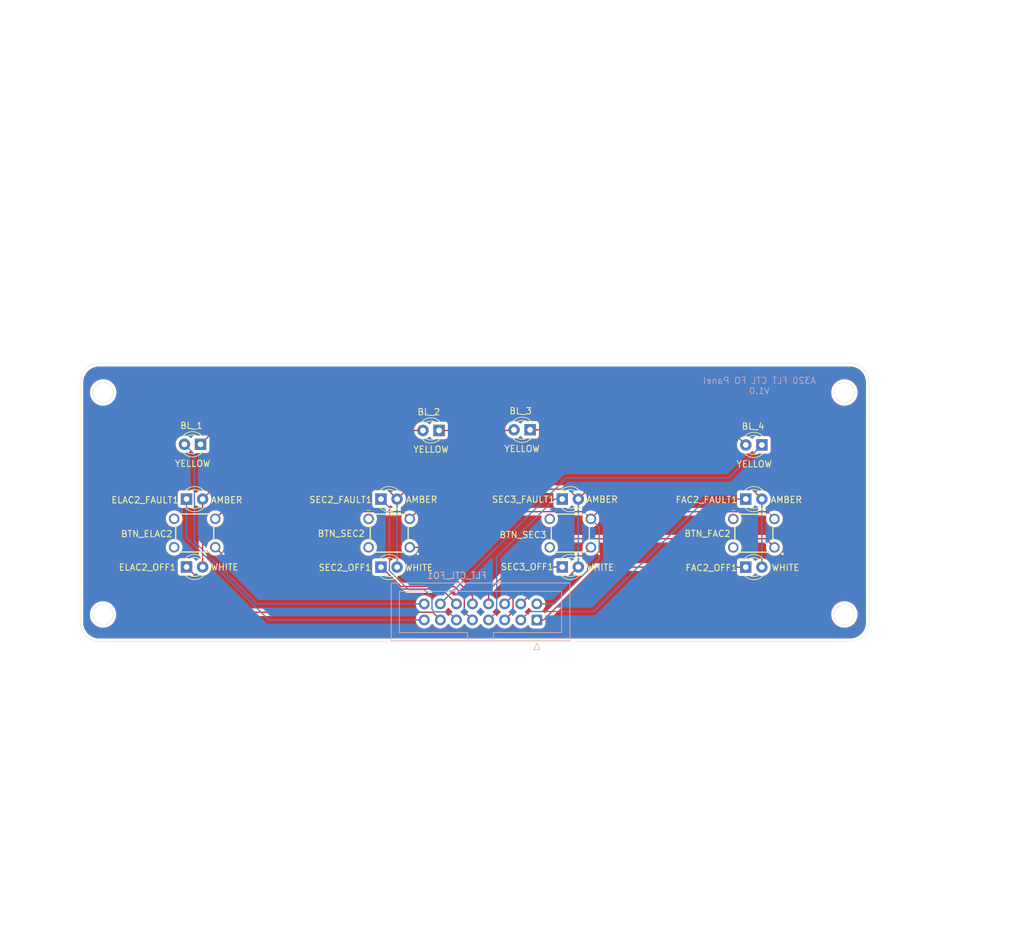
<source format=kicad_pcb>
(kicad_pcb (version 20240108) (generator "pcbnew") (generator_version "8.0")
  (title_block (title "A320 FLT CTL FO Panel") (date "2024-11-17") (rev "V1.0") (company "S.K."))
  (layers (0 "F.Cu" signal) (31 "B.Cu" signal) (34 "B.Paste" user) (35 "F.Paste" user) (36 "B.SilkS" user "B.Silkscreen") (37 "F.SilkS" user "F.Silkscreen") (38 "B.Mask" user) (39 "F.Mask" user) (44 "Edge.Cuts" user))
  (net 0 "")
  (net 1 "GND")
  (net 2 "12V_IN")
  (net 3 "Net-(BL_1-K)")
  (net 4 "Net-(BL_2-K)")
  (net 5 "Net-(BL_3-K)")
  (net 6 "BACKLIGHT_EXT")
  (net 7 "ELAC2_FAULT")
  (net 8 "ELAC2_OFF")
  (net 9 "SEC2_OFF")
  (net 10 "FAC2_FAULT")
  (net 11 "FAC2_OFF")
  (net 13 "BTN_ELAC2")
  (net 14 "SEC3_OFF")
  (net 15 "SEC3_FAULT")
  (net 16 "+5V")
  (net 18 "BTN_FAC2")
  (net 19 "SEC2_FAULT")
  (net 24 "BTN_SEC2")
  (net 27 "BTN_SEC3")
  (footprint "LED_THT:LED_D3.0mm" (layer "F.Cu") (at 135.8781 93.7154)
    (property "Reference" "SEC2_FAULT1" (at -6.3742 0.1122 0) (layer "F.SilkS"))
    (property "Value" "AMBER" (at 6.4312 0.0762 0) (layer "F.SilkS"))
    (fp_line (start -0.29 -1.236) (end -0.29 -1.08) (stroke (width 0.12)) (layer "F.SilkS"))
    (fp_line (start -0.29 1.08) (end -0.29 1.236) (stroke (width 0.12)) (layer "F.SilkS"))
    (fp_arc (start -0.29 -1.235516) (mid 1.366487 -1.987659) (end 2.942335 -1.078608) (stroke (width 0.12)) (layer "F.SilkS"))
    (fp_arc (start 0.229039 -1.08) (mid 1.270117 -1.5) (end 2.31113 -1.079837) (stroke (width 0.12)) (layer "F.SilkS"))
    (fp_arc (start 2.31113 1.079837) (mid 1.270117 1.5) (end 0.229039 1.08) (stroke (width 0.12)) (layer "F.SilkS"))
    (fp_arc (start 2.942335 1.078608) (mid 1.366487 1.987659) (end -0.29 1.235516) (stroke (width 0.12)) (layer "F.SilkS"))
    (pad "1" thru_hole rect (at 0 0) (size 1.8 1.8) (drill 0.9) (layers "*.Cu" "*.Mask") (net 19 "SEC2_FAULT"))
    (pad "2" thru_hole circle (at 2.54 0) (size 1.8 1.8) (drill 0.9) (layers "*.Cu" "*.Mask") (net 16 "+5V"))
  )
  (footprint "SamacSys_Parts:B3F1000" (layer "F.Cu") (at 137.1747 99.0896)
    (property "Reference" "BTN_SEC2" (at -7.5692 0.072 0) (layer "F.SilkS"))
    (property "Value" "B3F-1055" (hide yes))
    (fp_line (start -3 -1.2) (end -3 1.2) (stroke (width 0.2)) (layer "F.SilkS"))
    (fp_line (start -2.5 -3) (end 2.5 -3) (stroke (width 0.2)) (layer "F.SilkS"))
    (fp_line (start -2.5 3) (end 2.5 3) (stroke (width 0.2)) (layer "F.SilkS"))
    (fp_line (start 3 -1.2) (end 3 1.2) (stroke (width 0.2)) (layer "F.SilkS"))
    (fp_circle (center 4.527 3.273) (end 4.527 3.37588) (stroke (width 0.2)) (fill none) (layer "F.SilkS"))
    (pad "1" thru_hole circle (at 3.25 2.25) (size 1.65 1.65) (drill 1.1) (layers "*.Cu" "*.Mask") (net 24 "BTN_SEC2"))
    (pad "2" thru_hole circle (at -3.25 2.25) (size 1.65 1.65) (drill 1.1) (layers "*.Cu" "*.Mask"))
    (pad "3" thru_hole circle (at 3.25 -2.25) (size 1.65 1.65) (drill 1.1) (layers "*.Cu" "*.Mask") (net 1 "GND"))
    (pad "4" thru_hole circle (at -3.25 -2.25) (size 1.65 1.65) (drill 1.1) (layers "*.Cu" "*.Mask"))
  )
  (footprint "LED_THT:LED_D3.0mm" (layer "F.Cu") (at 159.4251 82.7786 180)
    (property "Reference" "BL_3" (at 1.4936 2.972252 0) (layer "F.SilkS"))
    (property "Value" "YELLOW" (at 1.27 -2.996748 0) (layer "F.SilkS"))
    (fp_line (start -0.29 1.08) (end -0.29 1.236) (stroke (width 0.12)) (layer "F.SilkS"))
    (fp_line (start -0.29 -1.236) (end -0.29 -1.08) (stroke (width 0.12)) (layer "F.SilkS"))
    (fp_arc (start 2.942335 1.078608) (mid 1.366487 1.987659) (end -0.29 1.235516) (stroke (width 0.12)) (layer "F.SilkS"))
    (fp_arc (start 2.31113 1.079837) (mid 1.270117 1.5) (end 0.229039 1.08) (stroke (width 0.12)) (layer "F.SilkS"))
    (fp_arc (start 0.229039 -1.08) (mid 1.270117 -1.5) (end 2.31113 -1.079837) (stroke (width 0.12)) (layer "F.SilkS"))
    (fp_arc (start -0.29 -1.235516) (mid 1.366487 -1.987659) (end 2.942335 -1.078608) (stroke (width 0.12)) (layer "F.SilkS"))
    (pad "1" thru_hole rect (at 0 0 180) (size 1.8 1.8) (drill 0.9) (layers "*.Cu" "*.Mask") (net 5 "Net-(BL_3-K)"))
    (pad "2" thru_hole circle (at 2.54 0 180) (size 1.8 1.8) (drill 0.9) (layers "*.Cu" "*.Mask") (net 4 "Net-(BL_2-K)"))
  )
  (footprint "LED_THT:LED_D3.0mm" (layer "F.Cu") (at 107.3855 85.0646 180)
    (property "Reference" "BL_1" (at 1.4274 2.9464 0) (layer "F.SilkS"))
    (property "Value" "YELLOW" (at 1.2496 -3.048 0) (layer "F.SilkS"))
    (fp_line (start -0.29 1.08) (end -0.29 1.236) (stroke (width 0.12)) (layer "F.SilkS"))
    (fp_line (start -0.29 -1.236) (end -0.29 -1.08) (stroke (width 0.12)) (layer "F.SilkS"))
    (fp_arc (start 2.942335 1.078608) (mid 1.366487 1.987659) (end -0.29 1.235516) (stroke (width 0.12)) (layer "F.SilkS"))
    (fp_arc (start 2.31113 1.079837) (mid 1.270117 1.5) (end 0.229039 1.08) (stroke (width 0.12)) (layer "F.SilkS"))
    (fp_arc (start 0.229039 -1.08) (mid 1.270117 -1.5) (end 2.31113 -1.079837) (stroke (width 0.12)) (layer "F.SilkS"))
    (fp_arc (start -0.29 -1.235516) (mid 1.366487 -1.987659) (end 2.942335 -1.078608) (stroke (width 0.12)) (layer "F.SilkS"))
    (pad "1" thru_hole rect (at 0 0 180) (size 1.8 1.8) (drill 0.9) (layers "*.Cu" "*.Mask") (net 3 "Net-(BL_1-K)"))
    (pad "2" thru_hole circle (at 2.54 0 180) (size 1.8 1.8) (drill 0.9) (layers "*.Cu" "*.Mask") (net 2 "12V_IN"))
  )
  (footprint "LED_THT:LED_D3.0mm" (layer "F.Cu") (at 193.4865 104.4596)
    (property "Reference" "FAC2_OFF1" (at -5.4356 0.1122 0) (layer "F.SilkS"))
    (property "Value" "WHITE" (at 6.2738 0.0868 0) (layer "F.SilkS"))
    (fp_line (start -0.29 -1.236) (end -0.29 -1.08) (stroke (width 0.12)) (layer "F.SilkS"))
    (fp_line (start -0.29 1.08) (end -0.29 1.236) (stroke (width 0.12)) (layer "F.SilkS"))
    (fp_arc (start -0.29 -1.235516) (mid 1.366487 -1.987659) (end 2.942335 -1.078608) (stroke (width 0.12)) (layer "F.SilkS"))
    (fp_arc (start 0.229039 -1.08) (mid 1.270117 -1.5) (end 2.31113 -1.079837) (stroke (width 0.12)) (layer "F.SilkS"))
    (fp_arc (start 2.31113 1.079837) (mid 1.270117 1.5) (end 0.229039 1.08) (stroke (width 0.12)) (layer "F.SilkS"))
    (fp_arc (start 2.942335 1.078608) (mid 1.366487 1.987659) (end -0.29 1.235516) (stroke (width 0.12)) (layer "F.SilkS"))
    (pad "1" thru_hole rect (at 0 0) (size 1.8 1.8) (drill 0.9) (layers "*.Cu" "*.Mask") (net 11 "FAC2_OFF"))
    (pad "2" thru_hole circle (at 2.54 0) (size 1.8 1.8) (drill 0.9) (layers "*.Cu" "*.Mask") (net 16 "+5V"))
  )
  (footprint "LED_THT:LED_D3.0mm" (layer "F.Cu") (at 145.0487 82.8802 180)
    (property "Reference" "BL_2" (at 1.6256 2.921 0) (layer "F.SilkS"))
    (property "Value" "YELLOW" (at 1.275 -2.9972 0) (layer "F.SilkS"))
    (fp_line (start -0.29 1.08) (end -0.29 1.236) (stroke (width 0.12)) (layer "F.SilkS"))
    (fp_line (start -0.29 -1.236) (end -0.29 -1.08) (stroke (width 0.12)) (layer "F.SilkS"))
    (fp_arc (start 2.942335 1.078608) (mid 1.366487 1.987659) (end -0.29 1.235516) (stroke (width 0.12)) (layer "F.SilkS"))
    (fp_arc (start 2.31113 1.079837) (mid 1.270117 1.5) (end 0.229039 1.08) (stroke (width 0.12)) (layer "F.SilkS"))
    (fp_arc (start 0.229039 -1.08) (mid 1.270117 -1.5) (end 2.31113 -1.079837) (stroke (width 0.12)) (layer "F.SilkS"))
    (fp_arc (start -0.29 -1.235516) (mid 1.366487 -1.987659) (end 2.942335 -1.078608) (stroke (width 0.12)) (layer "F.SilkS"))
    (pad "1" thru_hole rect (at 0 0 180) (size 1.8 1.8) (drill 0.9) (layers "*.Cu" "*.Mask") (net 4 "Net-(BL_2-K)"))
    (pad "2" thru_hole circle (at 2.54 0 180) (size 1.8 1.8) (drill 0.9) (layers "*.Cu" "*.Mask") (net 3 "Net-(BL_1-K)"))
  )
  (footprint "LED_THT:LED_D3.0mm" (layer "F.Cu") (at 135.8781 104.4596)
    (property "Reference" "SEC2_OFF1" (at -5.6884 0.0868 0) (layer "F.SilkS"))
    (property "Value" "WHITE" (at 5.9994 0.1016 0) (layer "F.SilkS"))
    (fp_line (start -0.29 -1.236) (end -0.29 -1.08) (stroke (width 0.12)) (layer "F.SilkS"))
    (fp_line (start -0.29 1.08) (end -0.29 1.236) (stroke (width 0.12)) (layer "F.SilkS"))
    (fp_arc (start -0.29 -1.235516) (mid 1.366487 -1.987659) (end 2.942335 -1.078608) (stroke (width 0.12)) (layer "F.SilkS"))
    (fp_arc (start 0.229039 -1.08) (mid 1.270117 -1.5) (end 2.31113 -1.079837) (stroke (width 0.12)) (layer "F.SilkS"))
    (fp_arc (start 2.31113 1.079837) (mid 1.270117 1.5) (end 0.229039 1.08) (stroke (width 0.12)) (layer "F.SilkS"))
    (fp_arc (start 2.942335 1.078608) (mid 1.366487 1.987659) (end -0.29 1.235516) (stroke (width 0.12)) (layer "F.SilkS"))
    (pad "1" thru_hole rect (at 0 0) (size 1.8 1.8) (drill 0.9) (layers "*.Cu" "*.Mask") (net 9 "SEC2_OFF"))
    (pad "2" thru_hole circle (at 2.54 0) (size 1.8 1.8) (drill 0.9) (layers "*.Cu" "*.Mask") (net 16 "+5V"))
  )
  (footprint "LED_THT:LED_D3.0mm" (layer "F.Cu") (at 105.1735 93.7154)
    (property "Reference" "ELAC2_FAULT1" (at -6.5532 0.1524 0) (layer "F.SilkS"))
    (property "Value" "AMBER" (at 6.35 0.1524 0) (layer "F.SilkS"))
    (fp_line (start -0.29 -1.236) (end -0.29 -1.08) (stroke (width 0.12)) (layer "F.SilkS"))
    (fp_line (start -0.29 1.08) (end -0.29 1.236) (stroke (width 0.12)) (layer "F.SilkS"))
    (fp_arc (start -0.29 -1.235516) (mid 1.366487 -1.987659) (end 2.942335 -1.078608) (stroke (width 0.12)) (layer "F.SilkS"))
    (fp_arc (start 0.229039 -1.08) (mid 1.270117 -1.5) (end 2.31113 -1.079837) (stroke (width 0.12)) (layer "F.SilkS"))
    (fp_arc (start 2.31113 1.079837) (mid 1.270117 1.5) (end 0.229039 1.08) (stroke (width 0.12)) (layer "F.SilkS"))
    (fp_arc (start 2.942335 1.078608) (mid 1.366487 1.987659) (end -0.29 1.235516) (stroke (width 0.12)) (layer "F.SilkS"))
    (pad "1" thru_hole rect (at 0 0) (size 1.8 1.8) (drill 0.9) (layers "*.Cu" "*.Mask") (net 7 "ELAC2_FAULT"))
    (pad "2" thru_hole circle (at 2.54 0) (size 1.8 1.8) (drill 0.9) (layers "*.Cu" "*.Mask") (net 16 "+5V"))
  )
  (footprint "LED_THT:LED_D3.0mm" (layer "F.Cu") (at 105.1735 104.4342)
    (property "Reference" "ELAC2_OFF1" (at -6.175 0.0614 0) (layer "F.SilkS"))
    (property "Value" "WHITE" (at 6.017 0.036 0) (layer "F.SilkS"))
    (fp_line (start -0.29 -1.236) (end -0.29 -1.08) (stroke (width 0.12)) (layer "F.SilkS"))
    (fp_line (start -0.29 1.08) (end -0.29 1.236) (stroke (width 0.12)) (layer "F.SilkS"))
    (fp_arc (start -0.29 -1.235516) (mid 1.366487 -1.987659) (end 2.942335 -1.078608) (stroke (width 0.12)) (layer "F.SilkS"))
    (fp_arc (start 0.229039 -1.08) (mid 1.270117 -1.5) (end 2.31113 -1.079837) (stroke (width 0.12)) (layer "F.SilkS"))
    (fp_arc (start 2.31113 1.079837) (mid 1.270117 1.5) (end 0.229039 1.08) (stroke (width 0.12)) (layer "F.SilkS"))
    (fp_arc (start 2.942335 1.078608) (mid 1.366487 1.987659) (end -0.29 1.235516) (stroke (width 0.12)) (layer "F.SilkS"))
    (pad "1" thru_hole rect (at 0 0) (size 1.8 1.8) (drill 0.9) (layers "*.Cu" "*.Mask") (net 8 "ELAC2_OFF"))
    (pad "2" thru_hole circle (at 2.54 0) (size 1.8 1.8) (drill 0.9) (layers "*.Cu" "*.Mask") (net 16 "+5V"))
  )
  (footprint "SamacSys_Parts:B3F1000" (layer "F.Cu") (at 106.4689 99.0748)
    (property "Reference" "BTN_ELAC2" (at -7.572 0.1376 0) (layer "F.SilkS"))
    (property "Value" "B3F-1055" (hide yes))
    (fp_line (start -3 -1.2) (end -3 1.2) (stroke (width 0.2)) (layer "F.SilkS"))
    (fp_line (start -2.5 -3) (end 2.5 -3) (stroke (width 0.2)) (layer "F.SilkS"))
    (fp_line (start -2.5 3) (end 2.5 3) (stroke (width 0.2)) (layer "F.SilkS"))
    (fp_line (start 3 -1.2) (end 3 1.2) (stroke (width 0.2)) (layer "F.SilkS"))
    (fp_circle (center 4.527 3.273) (end 4.527 3.37588) (stroke (width 0.2)) (fill none) (layer "F.SilkS"))
    (pad "1" thru_hole circle (at 3.25 2.25) (size 1.65 1.65) (drill 1.1) (layers "*.Cu" "*.Mask") (net 13 "BTN_ELAC2"))
    (pad "2" thru_hole circle (at -3.25 2.25) (size 1.65 1.65) (drill 1.1) (layers "*.Cu" "*.Mask"))
    (pad "3" thru_hole circle (at 3.25 -2.25) (size 1.65 1.65) (drill 1.1) (layers "*.Cu" "*.Mask") (net 1 "GND"))
    (pad "4" thru_hole circle (at -3.25 -2.25) (size 1.65 1.65) (drill 1.1) (layers "*.Cu" "*.Mask"))
  )
  (footprint "SamacSys_Parts:B3F1000" (layer "F.Cu") (at 194.7593 99.1007)
    (property "Reference" "BTN_SEC3" (at -36.4518 0.2641 0) (layer "F.SilkS"))
    (property "Value" "B3F-1055" (hide yes))
    (fp_line (start -3 -1.2) (end -3 1.2) (stroke (width 0.2)) (layer "F.SilkS"))
    (fp_line (start -2.5 -3) (end 2.5 -3) (stroke (width 0.2)) (layer "F.SilkS"))
    (fp_line (start -2.5 3) (end 2.5 3) (stroke (width 0.2)) (layer "F.SilkS"))
    (fp_line (start 3 -1.2) (end 3 1.2) (stroke (width 0.2)) (layer "F.SilkS"))
    (fp_circle (center 4.527 3.273) (end 4.527 3.37588) (stroke (width 0.2)) (fill none) (layer "F.SilkS"))
    (pad "1" thru_hole circle (at 3.25 2.25) (size 1.65 1.65) (drill 1.1) (layers "*.Cu" "*.Mask") (net 27 "BTN_SEC3"))
    (pad "2" thru_hole circle (at -3.25 2.25) (size 1.65 1.65) (drill 1.1) (layers "*.Cu" "*.Mask"))
    (pad "3" thru_hole circle (at 3.25 -2.25) (size 1.65 1.65) (drill 1.1) (layers "*.Cu" "*.Mask") (net 1 "GND"))
    (pad "4" thru_hole circle (at -3.25 -2.25) (size 1.65 1.65) (drill 1.1) (layers "*.Cu" "*.Mask"))
  )
  (footprint "LED_THT:LED_D3.0mm" (layer "F.Cu") (at 193.4865 93.7154)
    (property "Reference" "FAC2_FAULT1" (at -6.1976 0.1016 0) (layer "F.SilkS"))
    (property "Value" "AMBER" (at 6.4008 0.1016 0) (layer "F.SilkS"))
    (fp_line (start -0.29 -1.236) (end -0.29 -1.08) (stroke (width 0.12)) (layer "F.SilkS"))
    (fp_line (start -0.29 1.08) (end -0.29 1.236) (stroke (width 0.12)) (layer "F.SilkS"))
    (fp_arc (start -0.29 -1.235516) (mid 1.366487 -1.987659) (end 2.942335 -1.078608) (stroke (width 0.12)) (layer "F.SilkS"))
    (fp_arc (start 0.229039 -1.08) (mid 1.270117 -1.5) (end 2.31113 -1.079837) (stroke (width 0.12)) (layer "F.SilkS"))
    (fp_arc (start 2.31113 1.079837) (mid 1.270117 1.5) (end 0.229039 1.08) (stroke (width 0.12)) (layer "F.SilkS"))
    (fp_arc (start 2.942335 1.078608) (mid 1.366487 1.987659) (end -0.29 1.235516) (stroke (width 0.12)) (layer "F.SilkS"))
    (pad "1" thru_hole rect (at 0 0) (size 1.8 1.8) (drill 0.9) (layers "*.Cu" "*.Mask") (net 10 "FAC2_FAULT"))
    (pad "2" thru_hole circle (at 2.54 0) (size 1.8 1.8) (drill 0.9) (layers "*.Cu" "*.Mask") (net 16 "+5V"))
  )
  (footprint "LED_THT:LED_D3.0mm" (layer "F.Cu") (at 164.5023 104.4342)
    (property "Reference" "SEC3_OFF1" (at -5.5344 -0.0148 0) (layer "F.SilkS"))
    (property "Value" "WHITE" (at 5.9972 0.0868 0) (layer "F.SilkS"))
    (fp_line (start -0.29 -1.236) (end -0.29 -1.08) (stroke (width 0.12)) (layer "F.SilkS"))
    (fp_line (start -0.29 1.08) (end -0.29 1.236) (stroke (width 0.12)) (layer "F.SilkS"))
    (fp_arc (start -0.29 -1.235516) (mid 1.366487 -1.987659) (end 2.942335 -1.078608) (stroke (width 0.12)) (layer "F.SilkS"))
    (fp_arc (start 0.229039 -1.08) (mid 1.270117 -1.5) (end 2.31113 -1.079837) (stroke (width 0.12)) (layer "F.SilkS"))
    (fp_arc (start 2.31113 1.079837) (mid 1.270117 1.5) (end 0.229039 1.08) (stroke (width 0.12)) (layer "F.SilkS"))
    (fp_arc (start 2.942335 1.078608) (mid 1.366487 1.987659) (end -0.29 1.235516) (stroke (width 0.12)) (layer "F.SilkS"))
    (pad "1" thru_hole rect (at 0 0) (size 1.8 1.8) (drill 0.9) (layers "*.Cu" "*.Mask") (net 14 "SEC3_OFF"))
    (pad "2" thru_hole circle (at 2.54 0) (size 1.8 1.8) (drill 0.9) (layers "*.Cu" "*.Mask") (net 16 "+5V"))
  )
  (footprint "LED_THT:LED_D3.0mm" (layer "F.Cu") (at 164.5023 93.7154)
    (property "Reference" "SEC3_FAULT1" (at -6.1468 0.0508 0) (layer "F.SilkS"))
    (property "Value" "AMBER" (at 6.2992 0.0508 0) (layer "F.SilkS"))
    (fp_line (start -0.29 -1.236) (end -0.29 -1.08) (stroke (width 0.12)) (layer "F.SilkS"))
    (fp_line (start -0.29 1.08) (end -0.29 1.236) (stroke (width 0.12)) (layer "F.SilkS"))
    (fp_arc (start -0.29 -1.235516) (mid 1.366487 -1.987659) (end 2.942335 -1.078608) (stroke (width 0.12)) (layer "F.SilkS"))
    (fp_arc (start 0.229039 -1.08) (mid 1.270117 -1.5) (end 2.31113 -1.079837) (stroke (width 0.12)) (layer "F.SilkS"))
    (fp_arc (start 2.31113 1.079837) (mid 1.270117 1.5) (end 0.229039 1.08) (stroke (width 0.12)) (layer "F.SilkS"))
    (fp_arc (start 2.942335 1.078608) (mid 1.366487 1.987659) (end -0.29 1.235516) (stroke (width 0.12)) (layer "F.SilkS"))
    (pad "1" thru_hole rect (at 0 0) (size 1.8 1.8) (drill 0.9) (layers "*.Cu" "*.Mask") (net 15 "SEC3_FAULT"))
    (pad "2" thru_hole circle (at 2.54 0) (size 1.8 1.8) (drill 0.9) (layers "*.Cu" "*.Mask") (net 16 "+5V"))
  )
  (footprint "SamacSys_Parts:B3F1000" (layer "F.Cu") (at 165.7751 99.0901)
    (property "Reference" "BTN_FAC2" (at 21.6662 0.08844 0) (layer "F.SilkS"))
    (property "Value" "B3F-1055" (hide yes))
    (fp_line (start -3 -1.2) (end -3 1.2) (stroke (width 0.2)) (layer "F.SilkS"))
    (fp_line (start -2.5 -3) (end 2.5 -3) (stroke (width 0.2)) (layer "F.SilkS"))
    (fp_line (start -2.5 3) (end 2.5 3) (stroke (width 0.2)) (layer "F.SilkS"))
    (fp_line (start 3 -1.2) (end 3 1.2) (stroke (width 0.2)) (layer "F.SilkS"))
    (fp_circle (center 4.527 3.273) (end 4.527 3.37588) (stroke (width 0.2)) (fill none) (layer "F.SilkS"))
    (pad "1" thru_hole circle (at 3.25 2.25) (size 1.65 1.65) (drill 1.1) (layers "*.Cu" "*.Mask") (net 18 "BTN_FAC2"))
    (pad "2" thru_hole circle (at -3.25 2.25) (size 1.65 1.65) (drill 1.1) (layers "*.Cu" "*.Mask"))
    (pad "3" thru_hole circle (at 3.25 -2.25) (size 1.65 1.65) (drill 1.1) (layers "*.Cu" "*.Mask") (net 1 "GND"))
    (pad "4" thru_hole circle (at -3.25 -2.25) (size 1.65 1.65) (drill 1.1) (layers "*.Cu" "*.Mask"))
  )
  (footprint "LED_THT:LED_D3.0mm" (layer "F.Cu") (at 196.0315 85.1662 180)
    (property "Reference" "BL_4" (at 1.397 2.9464 0) (layer "F.SilkS"))
    (property "Value" "YELLOW" (at 1.2192 -3.0226 0) (layer "F.SilkS"))
    (fp_line (start -0.29 1.08) (end -0.29 1.236) (stroke (width 0.12)) (layer "F.SilkS"))
    (fp_line (start -0.29 -1.236) (end -0.29 -1.08) (stroke (width 0.12)) (layer "F.SilkS"))
    (fp_arc (start 2.942335 1.078608) (mid 1.366487 1.987659) (end -0.29 1.235516) (stroke (width 0.12)) (layer "F.SilkS"))
    (fp_arc (start 2.31113 1.079837) (mid 1.270117 1.5) (end 0.229039 1.08) (stroke (width 0.12)) (layer "F.SilkS"))
    (fp_arc (start 0.229039 -1.08) (mid 1.270117 -1.5) (end 2.31113 -1.079837) (stroke (width 0.12)) (layer "F.SilkS"))
    (fp_arc (start -0.29 -1.235516) (mid 1.366487 -1.987659) (end 2.942335 -1.078608) (stroke (width 0.12)) (layer "F.SilkS"))
    (pad "1" thru_hole rect (at 0 0 180) (size 1.8 1.8) (drill 0.9) (layers "*.Cu" "*.Mask") (net 6 "BACKLIGHT_EXT"))
    (pad "2" thru_hole circle (at 2.54 0 180) (size 1.8 1.8) (drill 0.9) (layers "*.Cu" "*.Mask") (net 5 "Net-(BL_3-K)"))
  )
  (footprint "Connector_IDC:IDC-Header_2x08_P2.54mm_Vertical" (layer "B.Cu") (at 160.4919 112.8014 90)
    (property "Reference" "FLT_CTL_FO1" (at 7.0104 -12.6492 0) (layer "B.SilkS") (effects (justify mirror)))
    (property "Value" "Pin Header" (hide yes))
    (fp_line (start 5.83 -22.99) (end 5.83 5.21) (stroke (width 0.12)) (layer "B.SilkS"))
    (fp_line (start -3.29 -22.99) (end 5.83 -22.99) (stroke (width 0.12)) (layer "B.SilkS"))
    (fp_line (start 4.52 -21.69) (end 4.52 3.91) (stroke (width 0.12)) (layer "B.SilkS"))
    (fp_line (start -1.98 -21.69) (end 4.52 -21.69) (stroke (width 0.12)) (layer "B.SilkS"))
    (fp_line (start -1.98 -10.94) (end -1.98 -21.69) (stroke (width 0.12)) (layer "B.SilkS"))
    (fp_line (start -1.98 -10.94) (end -1.98 -10.94) (stroke (width 0.12)) (layer "B.SilkS"))
    (fp_line (start -3.29 -10.94) (end -1.98 -10.94) (stroke (width 0.12)) (layer "B.SilkS"))
    (fp_line (start -1.98 -6.84) (end -3.29 -6.84) (stroke (width 0.12)) (layer "B.SilkS"))
    (fp_line (start -4.68 -0.5) (end -4.68 0.5) (stroke (width 0.12)) (layer "B.SilkS"))
    (fp_line (start -3.68 0) (end -4.68 -0.5) (stroke (width 0.12)) (layer "B.SilkS"))
    (fp_line (start -4.68 0.5) (end -3.68 0) (stroke (width 0.12)) (layer "B.SilkS"))
    (fp_line (start 4.52 3.91) (end -1.98 3.91) (stroke (width 0.12)) (layer "B.SilkS"))
    (fp_line (start -1.98 3.91) (end -1.98 -6.84) (stroke (width 0.12)) (layer "B.SilkS"))
    (fp_line (start 5.83 5.21) (end -3.29 5.21) (stroke (width 0.12)) (layer "B.SilkS"))
    (fp_line (start -3.29 5.21) (end -3.29 -22.99) (stroke (width 0.12)) (layer "B.SilkS"))
    (pad "1" thru_hole roundrect (at 0 0 90) (size 1.7 1.7) (drill 1) (layers "*.Cu" "*.Mask") (roundrect_rratio 0.147059) (net 11 "FAC2_OFF"))
    (pad "2" thru_hole circle (at 2.54 0 90) (size 1.7 1.7) (drill 1) (layers "*.Cu" "*.Mask") (net 1 "GND"))
    (pad "3" thru_hole circle (at 0 -2.54 90) (size 1.7 1.7) (drill 1) (layers "*.Cu" "*.Mask") (net 10 "FAC2_FAULT"))
    (pad "4" thru_hole circle (at 2.54 -2.54 90) (size 1.7 1.7) (drill 1) (layers "*.Cu" "*.Mask") (net 16 "+5V"))
    (pad "5" thru_hole circle (at 0 -5.08 90) (size 1.7 1.7) (drill 1) (layers "*.Cu" "*.Mask") (net 14 "SEC3_OFF"))
    (pad "6" thru_hole circle (at 2.54 -5.08 90) (size 1.7 1.7) (drill 1) (layers "*.Cu" "*.Mask") (net 18 "BTN_FAC2"))
    (pad "7" thru_hole circle (at 0 -7.62 90) (size 1.7 1.7) (drill 1) (layers "*.Cu" "*.Mask") (net 15 "SEC3_FAULT"))
    (pad "8" thru_hole circle (at 2.54 -7.62 90) (size 1.7 1.7) (drill 1) (layers "*.Cu" "*.Mask") (net 27 "BTN_SEC3"))
    (pad "9" thru_hole circle (at 0 -10.16 90) (size 1.7 1.7) (drill 1) (layers "*.Cu" "*.Mask") (net 9 "SEC2_OFF"))
    (pad "10" thru_hole circle (at 2.54 -10.16 90) (size 1.7 1.7) (drill 1) (layers "*.Cu" "*.Mask") (net 24 "BTN_SEC2"))
    (pad "11" thru_hole circle (at 0 -12.7 90) (size 1.7 1.7) (drill 1) (layers "*.Cu" "*.Mask") (net 19 "SEC2_FAULT"))
    (pad "12" thru_hole circle (at 2.54 -12.7 90) (size 1.7 1.7) (drill 1) (layers "*.Cu" "*.Mask") (net 13 "BTN_ELAC2"))
    (pad "13" thru_hole circle (at 0 -15.24 90) (size 1.7 1.7) (drill 1) (layers "*.Cu" "*.Mask") (net 8 "ELAC2_OFF"))
    (pad "14" thru_hole circle (at 2.54 -15.24 90) (size 1.7 1.7) (drill 1) (layers "*.Cu" "*.Mask") (net 6 "BACKLIGHT_EXT"))
    (pad "15" thru_hole circle (at 0 -17.78 90) (size 1.7 1.7) (drill 1) (layers "*.Cu" "*.Mask") (net 7 "ELAC2_FAULT"))
    (pad "16" thru_hole circle (at 2.54 -17.78 90) (size 1.7 1.7) (drill 1) (layers "*.Cu" "*.Mask") (net 2 "12V_IN"))
  )
  (gr_line (start 209.9429 116.215) (end 91.3813 116.215) (stroke (width 0.05)) (layer "Edge.Cuts"))
  (gr_arc (start 91.3813 116.215) (mid 89.25998 115.33632) (end 88.3813 113.215) (stroke (width 0.05)) (layer "Edge.Cuts"))
  (gr_line (start 91.3813 72.2884) (end 209.9429 72.2884) (stroke (width 0.05)) (layer "Edge.Cuts"))
  (gr_circle (center 91.9881 111.9378) (end 93.5881 111.9378) (stroke (width 0.05)) (fill none) (layer "Edge.Cuts"))
  (gr_circle (center 92.0135 76.8854) (end 93.6135 76.8854) (stroke (width 0.05)) (fill none) (layer "Edge.Cuts"))
  (gr_arc (start 212.9429 113.215) (mid 212.06422 115.33632) (end 209.9429 116.215) (stroke (width 0.05)) (layer "Edge.Cuts"))
  (gr_line (start 212.9429 75.2884) (end 212.9429 113.215) (stroke (width 0.05)) (layer "Edge.Cuts"))
  (gr_arc (start 88.3813 75.2884) (mid 89.25998 73.16708) (end 91.3813 72.2884) (stroke (width 0.05)) (layer "Edge.Cuts"))
  (gr_line (start 88.3813 113.215) (end 88.3813 75.2884) (stroke (width 0.05)) (layer "Edge.Cuts"))
  (gr_circle (center 209.0571 76.8854) (end 210.6571 76.8854) (stroke (width 0.05)) (fill none) (layer "Edge.Cuts"))
  (gr_arc (start 209.9429 72.2884) (mid 212.06422 73.16708) (end 212.9429 75.2884) (stroke (width 0.05)) (layer "Edge.Cuts"))
  (gr_circle (center 209.0571 111.9378) (end 210.6571 111.9378) (stroke (width 0.05)) (fill none) (layer "Edge.Cuts"))
  (gr_text "${TITLE}\n${REVISION}" (at 195.63 77.2 0) (layer "B.SilkS") (effects (font (size 1 1) (thickness 0.1)) (justify bottom mirror)))
  (segment (start 110.839 95.7047) (end 109.7189 96.8248) (width 0.2) (layer "F.Cu") (net 1))
  (segment (start 169.0251 96.8401) (end 167.8904 95.7054) (width 0.2) (layer "F.Cu") (net 1))
  (segment (start 140.4247 96.8396) (end 139.2898 95.7047) (width 0.2) (layer "F.Cu") (net 1))
  (segment (start 170.1522 95.713) (end 169.0251 96.8401) (width 0.2) (layer "F.Cu") (net 1))
  (segment (start 196.8716 95.713) (end 170.1522 95.713) (width 0.2) (layer "F.Cu") (net 1))
  (segment (start 141.5589 95.7054) (end 140.4247 96.8396) (width 0.2) (layer "F.Cu") (net 1))
  (segment (start 139.2898 95.7047) (end 110.839 95.7047) (width 0.2) (layer "F.Cu") (net 1))
  (segment (start 198.0093 96.8507) (end 196.8716 95.713) (width 0.2) (layer "F.Cu") (net 1))
  (segment (start 167.8904 95.7054) (end 141.5589 95.7054) (width 0.2) (layer "F.Cu") (net 1))
  (segment (start 170.3217 103.2002) (end 170.3217 98.1367) (width 0.2) (layer "B.Cu") (net 1))
  (segment (start 163.2605 110.2614) (end 170.3217 103.2002) (width 0.2) (layer "B.Cu") (net 1))
  (segment (start 160.4919 110.2614) (end 163.2605 110.2614) (width 0.2) (layer "B.Cu") (net 1))
  (segment (start 170.3217 98.1367) (end 169.0251 96.8401) (width 0.2) (layer "B.Cu") (net 1))
  (segment (start 106.4153 86.6344) (end 106.4153 100.4062) (width 0.2) (layer "B.Cu") (net 2))
  (segment (start 116.2705 110.2614) (end 142.7119 110.2614) (width 0.2) (layer "B.Cu") (net 2))
  (segment (start 104.8455 85.0646) (end 106.4153 86.6344) (width 0.2) (layer "B.Cu") (net 2))
  (segment (start 106.4153 100.4062) (end 116.2705 110.2614) (width 0.2) (layer "B.Cu") (net 2))
  (segment (start 142.5087 82.8802) (end 109.5699 82.8802) (width 0.2) (layer "F.Cu") (net 3))
  (segment (start 109.5699 82.8802) (end 107.3855 85.0646) (width 0.2) (layer "F.Cu") (net 3))
  (segment (start 145.0487 82.8802) (end 156.7835 82.8802) (width 0.2) (layer "F.Cu") (net 4))
  (segment (start 159.4251 82.7786) (end 191.1039 82.7786) (width 0.2) (layer "F.Cu") (net 5))
  (segment (start 191.1039 82.7786) (end 193.4915 85.1662) (width 0.2) (layer "F.Cu") (net 5))
  (segment (start 145.2519 110.2614) (end 165.13755 90.37575) (width 0.2) (layer "B.Cu") (net 6))
  (segment (start 165.13755 90.37575) (end 190.82195 90.37575) (width 0.2) (layer "B.Cu") (net 6))
  (segment (start 190.82195 90.37575) (end 196.0315 85.1662) (width 0.2) (layer "B.Cu") (net 6))
  (segment (start 105.1735 99.8248) (end 118.1501 112.8014) (width 0.2) (layer "B.Cu") (net 7))
  (segment (start 118.1501 112.8014) (end 142.7119 112.8014) (width 0.2) (layer "B.Cu") (net 7))
  (segment (start 105.1735 93.7154) (end 105.1735 99.8248) (width 0.2) (layer "B.Cu") (net 7))
  (segment (start 145.2519 112.8014) (end 144.0327 111.5822) (width 0.2) (layer "F.Cu") (net 8))
  (segment (start 144.0327 111.5822) (end 112.3215 111.5822) (width 0.2) (layer "F.Cu") (net 8))
  (segment (start 112.3215 111.5822) (end 105.1735 104.4342) (width 0.2) (layer "F.Cu") (net 8))
  (segment (start 147.4617 107.5182) (end 139.0289 107.5182) (width 0.2) (layer "F.Cu") (net 9))
  (segment (start 139.0289 107.5182) (end 135.9703 104.4596) (width 0.2) (layer "F.Cu") (net 9))
  (segment (start 149.0365 111.506) (end 149.0365 109.093) (width 0.2) (layer "F.Cu") (net 9))
  (segment (start 150.3319 112.8014) (end 149.0365 111.506) (width 0.2) (layer "F.Cu") (net 9))
  (segment (start 149.0365 109.093) (end 147.4617 107.5182) (width 0.2) (layer "F.Cu") (net 9))
  (segment (start 157.9519 112.8014) (end 159.2822 111.4711) (width 0.2) (layer "B.Cu") (net 10))
  (segment (start 169.4519 111.4711) (end 187.2076 93.7154) (width 0.2) (layer "B.Cu") (net 10))
  (segment (start 187.2076 93.7154) (end 193.4865 93.7154) (width 0.2) (layer "B.Cu") (net 10))
  (segment (start 159.2822 111.4711) (end 169.4519 111.4711) (width 0.2) (layer "B.Cu") (net 10))
  (segment (start 161.5587 112.8014) (end 169.9005 104.4596) (width 0.2) (layer "F.Cu") (net 11))
  (segment (start 160.4919 112.8014) (end 161.5587 112.8014) (width 0.2) (layer "F.Cu") (net 11))
  (segment (start 169.9005 104.4596) (end 193.4865 104.4596) (width 0.2) (layer "F.Cu") (net 11))
  (segment (start 116.3123 107.9182) (end 109.7189 101.3248) (width 0.2) (layer "F.Cu") (net 13))
  (segment (start 147.7919 110.2614) (end 145.4487 107.9182) (width 0.2) (layer "F.Cu") (net 13))
  (segment (start 145.4487 107.9182) (end 116.3123 107.9182) (width 0.2) (layer "F.Cu") (net 13))
  (segment (start 156.7327 111.4806) (end 156.7327 109.506286) (width 0.2) (layer "F.Cu") (net 14))
  (segment (start 156.751214 109.506286) (end 161.8233 104.4342) (width 0.2) (layer "F.Cu") (net 14))
  (segment (start 161.8233 104.4342) (end 164.5023 104.4342) (width 0.2) (layer "F.Cu") (net 14))
  (segment (start 156.7327 109.506286) (end 156.751214 109.506286) (width 0.2) (layer "F.Cu") (net 14))
  (segment (start 155.4119 112.8014) (end 156.7327 111.4806) (width 0.2) (layer "F.Cu") (net 14))
  (segment (start 164.5023 93.7154) (end 163.3006 93.7154) (width 0.2) (layer "B.Cu") (net 15))
  (segment (start 154.1434 102.8726) (end 163.3006 93.7154) (width 0.2) (layer "B.Cu") (net 15))
  (segment (start 154.1434 111.5299) (end 154.1434 102.8726) (width 0.2) (layer "B.Cu") (net 15))
  (segment (start 152.8719 112.8014) (end 154.1434 111.5299) (width 0.2) (layer "B.Cu") (net 15))
  (segment (start 109.2777 92.1512) (end 136.8539 92.1512) (width 0.2) (layer "F.Cu") (net 16))
  (segment (start 194.5131 92.202) (end 196.0265 93.7154) (width 0.2) (layer "F.Cu") (net 16))
  (segment (start 139.9823 92.1512) (end 165.4781 92.1512) (width 0.2) (layer "F.Cu") (net 16))
  (segment (start 161.4317 106.7816) (end 164.6949 106.7816) (width 0.2) (layer "F.Cu") (net 16))
  (segment (start 157.9519 110.2614) (end 161.4317 106.7816) (width 0.2) (layer "F.Cu") (net 16))
  (segment (start 107.7135 93.7154) (end 109.2777 92.1512) (width 0.2) (layer "F.Cu") (net 16))
  (segment (start 165.4781 92.1512) (end 167.0423 93.7154) (width 0.2) (layer "F.Cu") (net 16))
  (segment (start 167.0423 93.7154) (end 168.5557 92.202) (width 0.2) (layer "F.Cu") (net 16))
  (segment (start 168.5557 92.202) (end 194.5131 92.202) (width 0.2) (layer "F.Cu") (net 16))
  (segment (start 107.7135 93.7154) (end 107.7135 104.4342) (width 0.2) (layer "F.Cu") (net 16))
  (segment (start 164.6949 106.7816) (end 167.0423 104.4342) (width 0.2) (layer "F.Cu") (net 16))
  (segment (start 138.4181 93.7154) (end 139.9823 92.1512) (width 0.2) (layer "F.Cu") (net 16))
  (segment (start 136.8539 92.1512) (end 138.4181 93.7154) (width 0.2) (layer "F.Cu") (net 16))
  (segment (start 196.0265 104.4596) (end 196.0265 93.7154) (width 0.2) (layer "B.Cu") (net 16))
  (segment (start 138.4181 93.7154) (end 138.4181 104.4596) (width 0.2) (layer "B.Cu") (net 16))
  (segment (start 167.0423 104.4342) (end 167.0423 93.7154) (width 0.2) (layer "B.Cu") (net 16))
  (segment (start 155.4119 110.2614) (end 162.9811 102.6922) (width 0.2) (layer "F.Cu") (net 18))
  (segment (start 167.673 102.6922) (end 169.0251 101.3401) (width 0.2) (layer "F.Cu") (net 18))
  (segment (start 162.9811 102.6922) (end 167.673 102.6922) (width 0.2) (layer "F.Cu") (net 18))
  (segment (start 137.2181 95.0554) (end 135.8781 93.7154) (width 0.2) (layer "B.Cu") (net 19))
  (segment (start 146.5219 111.5314) (end 144.3375 111.5314) (width 0.2) (layer "B.Cu") (net 19))
  (segment (start 143.9311 109.2454) (end 142.6749 107.9892) (width 0.2) (layer "B.Cu") (net 19))
  (segment (start 142.6749 107.9892) (end 140.1719 107.9892) (width 0.2) (layer "B.Cu") (net 19))
  (segment (start 137.2181 105.0354) (end 137.2181 95.0554) (width 0.2) (layer "B.Cu") (net 19))
  (segment (start 144.3375 111.5314) (end 143.9311 111.125) (width 0.2) (layer "B.Cu") (net 19))
  (segment (start 147.7919 112.8014) (end 146.5219 111.5314) (width 0.2) (layer "B.Cu") (net 19))
  (segment (start 143.9311 111.125) (end 143.9311 109.2454) (width 0.2) (layer "B.Cu") (net 19))
  (segment (start 140.1719 107.9892) (end 137.2181 105.0354) (width 0.2) (layer "B.Cu") (net 19))
  (segment (start 142.612181 101.3396) (end 140.4247 101.3396) (width 0.2) (layer "F.Cu") (net 24))
  (segment (start 150.3319 109.059319) (end 142.612181 101.3396) (width 0.2) (layer "F.Cu") (net 24))
  (segment (start 150.3319 110.2614) (end 150.3319 109.059319) (width 0.2) (layer "F.Cu") (net 24))
  (segment (start 152.8719 108.1532) (end 161.0507 99.9744) (width 0.2) (layer "F.Cu") (net 27))
  (segment (start 161.0507 99.9744) (end 196.633 99.9744) (width 0.2) (layer "F.Cu") (net 27))
  (segment (start 152.8719 110.2614) (end 152.8719 108.1532) (width 0.2) (layer "F.Cu") (net 27))
  (segment (start 196.633 99.9744) (end 198.0093 101.3507) (width 0.2) (layer "F.Cu") (net 27))
  (zone (net 0) (net_name "") (layer "F.Cu") (connect_pads (clearance 0.5)) (min_thickness 0.25) (fill yes (thermal_gap 0.5) (thermal_bridge_width 0.5) (island_removal_mode 1) (island_area_min 10))
    (polygon (pts (xy 87.6955 71.8058) (xy 213.35 71.77) (xy 213.2985 115.3922) (xy 211.7237 116.967) (xy 89.6259 116.967) (xy 87.6955 115.0366)))
  )
  (zone (net 0) (net_name "") (layer "B.Cu") (priority 1) (connect_pads (clearance 0.5)) (min_thickness 0.25) (fill yes (thermal_gap 0.5) (thermal_bridge_width 0.5) (island_removal_mode 1) (island_area_min 10))
    (polygon (pts (xy 213.6033 71.5264) (xy 213.7303 71.6534) (xy 213.7303 115.697) (xy 212.3353 117.092) (xy 87.2129 117.092) (xy 87.2129 71.5264)))
  )
)
</source>
